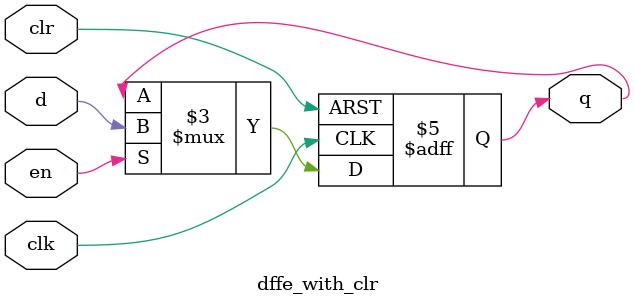
<source format=v>
module dffe_with_clr(d, clk, en, clr, q);
   
   //Inputs
   input d, clk, en, clr;
   
   //Output
   output reg q;

   //Intialize q to 0
   initial
   begin
       q = 1'b0;
   end

   //Set value of q on positive edge of the clock or clear
   always @(posedge clk or posedge clr) begin
       //If clear is high, set q to 0
       if (clr)
           q <= 1'b0;
       //If enable is high, set q to the value of d
       else if (en)
           q <= d;
   end
endmodule

</source>
